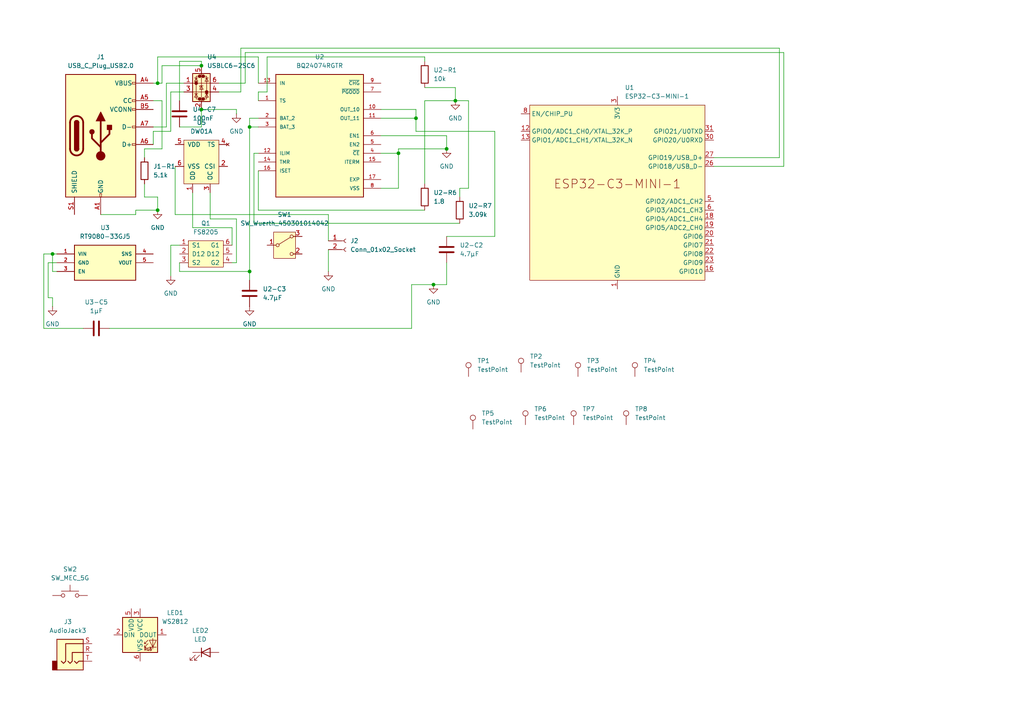
<source format=kicad_sch>
(kicad_sch (version 20250114) (generator "eeschema") (generator_version "9.0")
  (paper "A4")
  (lib_symbols
    (symbol "BQ24074RGTR:BQ24074RGTR" (pin_names (offset 1.016))
      (property "Reference" "U" (at -12.7 18.78 0))
      (property "Value" "BQ24074RGTR" (at -12.7 -21.78 0))
      (symbol "BQ24074RGTR_0_0"
        (rectangle (start -12.7 -17.78) (end 12.7 17.78) (stroke (width 0.254)) (fill (type background)))
        (pin input line (at -17.78 15.24 0) (length 5.08) (name "IN") (number "13"))
        (pin input line (at -17.78 10.16 0) (length 5.08) (name "TS") (number "1"))
        (pin bidirectional line (at -17.78 5.08 0) (length 5.08) (name "BAT_2") (number "2"))
        (pin bidirectional line (at -17.78 2.54 0) (length 5.08) (name "BAT_3") (number "3"))
        (pin input line (at -17.78 -5.08 0) (length 5.08) (name "ILIM") (number "12"))
        (pin input line (at -17.78 -7.62 0) (length 5.08) (name "TMR") (number "14"))
        (pin bidirectional line (at -17.78 -10.16 0) (length 5.08) (name "ISET") (number "16"))
        (pin output line (at 17.78 15.24 180) (length 5.08) (name "~{CHG}") (number "9"))
        (pin output line (at 17.78 12.7 180) (length 5.08) (name "~{PGOOD}") (number "7"))
        (pin output line (at 17.78 7.62 180) (length 5.08) (name "OUT_10") (number "10"))
        (pin output line (at 17.78 5.08 180) (length 5.08) (name "OUT_11") (number "11"))
        (pin input line (at 17.78 0 180) (length 5.08) (name "EN1") (number "6"))
        (pin input line (at 17.78 -2.54 180) (length 5.08) (name "EN2") (number "5"))
        (pin input line (at 17.78 -5.08 180) (length 5.08) (name "~{CE}") (number "4"))
        (pin input line (at 17.78 -7.62 180) (length 5.08) (name "ITERM") (number "15"))
        (pin power_in line (at 17.78 -12.7 180) (length 5.08) (name "EXP") (number "17"))
        (pin power_in line (at 17.78 -15.24 180) (length 5.08) (name "VSS") (number "8"))
      )
    )
    (symbol "Connector:Conn_01x02_Socket" (pin_names (offset 1.016) (hide yes))
      (property "Reference" "J" (at 0 2.54 0))
      (property "Value" "Conn_01x02_Socket" (at 0 -5.08 0))
      (symbol "Conn_01x02_Socket_1_1"
        (polyline (pts (xy -1.27 0) (xy -0.508 0)) (stroke (width 0.1524)))
        (polyline (pts (xy -1.27 -2.54) (xy -0.508 -2.54)) (stroke (width 0.1524)))
        (arc (start 0 -0.508) (mid -0.5058 0) (end 0 0.508) (stroke (width 0.1524)))
        (arc (start 0 -3.048) (mid -0.5058 -2.54) (end 0 -2.032) (stroke (width 0.1524)))
        (pin passive line (at -5.08 0 0) (length 3.81) (name "Pin_1") (number "1"))
        (pin passive line (at -5.08 -2.54 0) (length 3.81) (name "Pin_2") (number "2"))
      )
    )
    (symbol "Connector:TestPoint" (pin_numbers (hide yes)) (pin_names (offset 0.762) (hide yes))
      (property "Reference" "TP" (at 0 6.858 0))
      (property "Value" "TestPoint" (at 0 5.08 0))
      (symbol "TestPoint_0_1"
        (circle (center 0 3.302) (radius 0.762))
      )
      (symbol "TestPoint_1_1"
        (pin passive line (at 0 0 90) (length 2.54) (name "1") (number "1"))
      )
    )
    (symbol "Connector:USB_C_Plug_USB2.0" (pin_names (offset 1.016))
      (property "Reference" "P" (at -10.16 19.05 0))
      (property "Value" "USB_C_Plug_USB2.0" (at 12.7 19.05 0))
      (symbol "USB_C_Plug_USB2.0_0_0"
        (rectangle (start -0.254 -17.78) (end 0.254 -16.764))
        (rectangle (start 10.16 15.494) (end 9.144 14.986))
        (rectangle (start 10.16 10.414) (end 9.144 9.906))
        (rectangle (start 10.16 7.874) (end 9.144 7.366))
        (rectangle (start 10.16 2.794) (end 9.144 2.286))
        (rectangle (start 10.16 -2.286) (end 9.144 -2.794))
      )
      (symbol "USB_C_Plug_USB2.0_0_1"
        (rectangle (start -10.16 17.78) (end 10.16 -17.78) (stroke (width 0.254)) (fill (type background)))
        (polyline (pts (xy -8.89 -3.81) (xy -8.89 3.81)) (stroke (width 0.508)))
        (rectangle (start -7.62 -3.81) (end -6.35 3.81) (stroke (width 0.254)) (fill (type outline)))
        (arc (start -7.62 3.81) (mid -6.985 4.4423) (end -6.35 3.81) (stroke (width 0.254)))
        (arc (start -7.62 3.81) (mid -6.985 4.4423) (end -6.35 3.81) (stroke (width 0.254)) (fill (type outline)))
        (arc (start -8.89 3.81) (mid -6.985 5.7067) (end -5.08 3.81) (stroke (width 0.508)))
        (arc (start -5.08 -3.81) (mid -6.985 -5.7067) (end -8.89 -3.81) (stroke (width 0.508)))
        (arc (start -6.35 -3.81) (mid -6.985 -4.4423) (end -7.62 -3.81) (stroke (width 0.254)))
        (arc (start -6.35 -3.81) (mid -6.985 -4.4423) (end -7.62 -3.81) (stroke (width 0.254)) (fill (type outline)))
        (polyline (pts (xy -5.08 3.81) (xy -5.08 -3.81)) (stroke (width 0.508)))
        (circle (center -2.54 1.143) (radius 0.635) (stroke (width 0.254)) (fill (type outline)))
        (polyline (pts (xy -1.27 4.318) (xy 0 6.858) (xy 1.27 4.318) (xy -1.27 4.318)) (stroke (width 0.254)) (fill (type outline)))
        (polyline (pts (xy 0 -2.032) (xy 2.54 0.508) (xy 2.54 1.778)) (stroke (width 0.508)))
        (polyline (pts (xy 0 -3.302) (xy -2.54 -0.762) (xy -2.54 0.508)) (stroke (width 0.508)))
        (polyline (pts (xy 0 -5.842) (xy 0 4.318)) (stroke (width 0.508)))
        (circle (center 0 -5.842) (radius 1.27) (fill (type outline)))
        (rectangle (start 1.905 1.778) (end 3.175 3.048) (stroke (width 0.254)) (fill (type outline)))
      )
      (symbol "USB_C_Plug_USB2.0_1_1"
        (pin passive line (at -7.62 -22.86 90) (length 5.08) (name "SHIELD") (number "S1"))
        (pin passive line (at 0 -22.86 90) (length 5.08) (name "GND") (number "A1"))
        (pin passive line (at 0 -22.86 90) (length 5.08) (hide yes) (name "GND") (number "A12"))
        (pin passive line (at 0 -22.86 90) (length 5.08) (hide yes) (name "GND") (number "B1"))
        (pin passive line (at 0 -22.86 90) (length 5.08) (hide yes) (name "GND") (number "B12"))
        (pin passive line (at 15.24 15.24 180) (length 5.08) (name "VBUS") (number "A4"))
        (pin passive line (at 15.24 15.24 180) (length 5.08) (hide yes) (name "VBUS") (number "A9"))
        (pin passive line (at 15.24 15.24 180) (length 5.08) (hide yes) (name "VBUS") (number "B4"))
        (pin passive line (at 15.24 15.24 180) (length 5.08) (hide yes) (name "VBUS") (number "B9"))
        (pin bidirectional line (at 15.24 10.16 180) (length 5.08) (name "CC") (number "A5"))
        (pin bidirectional line (at 15.24 7.62 180) (length 5.08) (name "VCONN") (number "B5"))
        (pin bidirectional line (at 15.24 2.54 180) (length 5.08) (name "D-") (number "A7"))
        (pin bidirectional line (at 15.24 -2.54 180) (length 5.08) (name "D+") (number "A6"))
      )
    )
    (symbol "Connector_Audio:AudioJack3"
      (property "Reference" "J" (at 0 8.89 0))
      (property "Value" "AudioJack3" (at 0 6.35 0))
      (symbol "AudioJack3_0_1"
        (rectangle (start -5.08 -5.08) (end -6.35 -2.54) (stroke (width 0.254)) (fill (type outline)))
        (polyline (pts (xy -1.905 -2.54) (xy -1.27 -3.175) (xy -0.635 -2.54) (xy -0.635 0) (xy 2.54 0)) (stroke (width 0.254)))
        (polyline (pts (xy 0 -2.54) (xy 0.635 -3.175) (xy 1.27 -2.54) (xy 2.54 -2.54)) (stroke (width 0.254)))
        (rectangle (start 2.54 3.81) (end -5.08 -5.08) (stroke (width 0.254)) (fill (type background)))
        (polyline (pts (xy 2.54 2.54) (xy -2.54 2.54) (xy -2.54 -2.54) (xy -3.175 -3.175) (xy -3.81 -2.54)) (stroke (width 0.254)))
      )
      (symbol "AudioJack3_1_1"
        (pin passive line (at 5.08 2.54 180) (length 2.54) (name "~") (number "S"))
        (pin passive line (at 5.08 0 180) (length 2.54) (name "~") (number "R"))
        (pin passive line (at 5.08 -2.54 180) (length 2.54) (name "~") (number "T"))
      )
    )
    (symbol "Device:C" (pin_numbers (hide yes)) (pin_names (offset 0.254))
      (property "Reference" "C" (at 0.635 2.54 0))
      (property "Value" "C" (at 0.635 -2.54 0))
      (symbol "C_0_1"
        (polyline (pts (xy -2.032 0.762) (xy 2.032 0.762)) (stroke (width 0.508)))
        (polyline (pts (xy -2.032 -0.762) (xy 2.032 -0.762)) (stroke (width 0.508)))
      )
      (symbol "C_1_1"
        (pin passive line (at 0 3.81 270) (length 2.794) (name "~") (number "1"))
        (pin passive line (at 0 -3.81 90) (length 2.794) (name "~") (number "2"))
      )
    )
    (symbol "Device:LED" (pin_numbers (hide yes)) (pin_names (offset 1.016) (hide yes))
      (property "Reference" "D" (at 0 2.54 0))
      (property "Value" "LED" (at 0 -2.54 0))
      (symbol "LED_0_1"
        (polyline (pts (xy -3.048 -0.762) (xy -4.572 -2.286) (xy -3.81 -2.286) (xy -4.572 -2.286) (xy -4.572 -1.524)))
        (polyline (pts (xy -1.778 -0.762) (xy -3.302 -2.286) (xy -2.54 -2.286) (xy -3.302 -2.286) (xy -3.302 -1.524)))
        (polyline (pts (xy -1.27 0) (xy 1.27 0)))
        (polyline (pts (xy -1.27 -1.27) (xy -1.27 1.27)) (stroke (width 0.254)))
        (polyline (pts (xy 1.27 -1.27) (xy 1.27 1.27) (xy -1.27 0) (xy 1.27 -1.27)) (stroke (width 0.254)))
      )
      (symbol "LED_1_1"
        (pin passive line (at -3.81 0 0) (length 2.54) (name "K") (number "1"))
        (pin passive line (at 3.81 0 180) (length 2.54) (name "A") (number "2"))
      )
    )
    (symbol "Device:R" (pin_numbers (hide yes)) (pin_names (offset 0))
      (property "Reference" "R" (at 2.032 0 90))
      (property "Value" "R" (at 0 0 90))
      (symbol "R_0_1"
        (rectangle (start -1.016 -2.54) (end 1.016 2.54) (stroke (width 0.254)))
      )
      (symbol "R_1_1"
        (pin passive line (at 0 3.81 270) (length 1.27) (name "~") (number "1"))
        (pin passive line (at 0 -3.81 90) (length 1.27) (name "~") (number "2"))
      )
    )
    (symbol "LED:WS2812" (pin_names (offset 0.254))
      (property "Reference" "D" (at 5.08 5.715 0))
      (property "Value" "WS2812" (at 1.27 -5.715 0))
      (symbol "WS2812_0_0"
        (text "RGB" (at 2.286 -4.191 0) (effects (font (size 0.762 0.762))))
      )
      (symbol "WS2812_0_1"
        (polyline (pts (xy 1.27 -2.54) (xy 1.778 -2.54)))
        (polyline (pts (xy 1.27 -3.556) (xy 1.778 -3.556)))
        (polyline (pts (xy 2.286 -1.524) (xy 1.27 -2.54) (xy 1.27 -2.032)))
        (polyline (pts (xy 2.286 -2.54) (xy 1.27 -3.556) (xy 1.27 -3.048)))
        (polyline (pts (xy 3.683 -1.016) (xy 3.683 -3.556) (xy 3.683 -4.064)))
        (polyline (pts (xy 4.699 -1.524) (xy 2.667 -1.524) (xy 3.683 -3.556) (xy 4.699 -1.524)))
        (polyline (pts (xy 4.699 -3.556) (xy 2.667 -3.556)))
        (rectangle (start 5.08 5.08) (end -5.08 -5.08) (stroke (width 0.254)) (fill (type background)))
      )
      (symbol "WS2812_1_1"
        (pin input line (at -7.62 0 0) (length 2.54) (name "DIN") (number "2"))
        (pin power_in line (at -2.54 7.62 270) (length 2.54) (name "VDD") (number "5"))
        (pin power_in line (at 0 7.62 270) (length 2.54) (name "VCC") (number "3"))
        (pin power_in line (at 0 -7.62 90) (length 2.54) (name "VSS") (number "6"))
        (pin no_connect line (at 5.08 2.54 180) (length 2.54) (hide yes) (name "NC") (number "4"))
        (pin output line (at 7.62 0 180) (length 2.54) (name "DOUT") (number "1"))
      )
    )
    (symbol "PCM_Espressif:ESP32-C3-MINI-1"
      (property "Reference" "U" (at -25.4 26.924 0))
      (property "Value" "ESP32-C3-MINI-1" (at 25.4 26.924 0))
      (symbol "ESP32-C3-MINI-1_0_0"
        (text "ESP32-C3-MINI-1" (at 0 2.54 0) (effects (font (size 2.54 2.54))))
      )
      (symbol "ESP32-C3-MINI-1_0_1"
        (rectangle (start -25.4 25.4) (end 25.4 -25.4) (fill (type background)))
      )
      (symbol "ESP32-C3-MINI-1_1_1"
        (pin input line (at -27.94 22.86 0) (length 2.54) (name "EN/CHIP_PU") (number "8"))
        (pin bidirectional line (at -27.94 17.78 0) (length 2.54) (name "GPIO0/ADC1_CH0/XTAL_32K_P") (number "12"))
        (pin bidirectional line (at -27.94 15.24 0) (length 2.54) (name "GPIO1/ADC1_CH1/XTAL_32K_N") (number "13"))
        (pin no_connect line (at -25.4 10.16 0) (length 2.54) (hide yes) (name "NC") (number "4"))
        (pin no_connect line (at -25.4 7.62 0) (length 2.54) (hide yes) (name "NC") (number "7"))
        (pin no_connect line (at -25.4 5.08 0) (length 2.54) (hide yes) (name "NC") (number "9"))
        (pin no_connect line (at -25.4 2.54 0) (length 2.54) (hide yes) (name "NC") (number "10"))
        (pin no_connect line (at -25.4 0 0) (length 2.54) (hide yes) (name "NC") (number "15"))
        (pin no_connect line (at -25.4 -2.54 0) (length 2.54) (hide yes) (name "NC") (number "17"))
        (pin no_connect line (at -25.4 -5.08 0) (length 2.54) (hide yes) (name "NC") (number "24"))
        (pin no_connect line (at -25.4 -7.62 0) (length 2.54) (hide yes) (name "NC") (number "25"))
        (pin no_connect line (at -25.4 -10.16 0) (length 2.54) (hide yes) (name "NC") (number "28"))
        (pin no_connect line (at -25.4 -12.7 0) (length 2.54) (hide yes) (name "NC") (number "29"))
        (pin no_connect line (at -25.4 -15.24 0) (length 2.54) (hide yes) (name "NC") (number "32"))
        (pin no_connect line (at -25.4 -17.78 0) (length 2.54) (hide yes) (name "NC") (number "33"))
        (pin no_connect line (at -25.4 -20.32 0) (length 2.54) (hide yes) (name "NC") (number "34"))
        (pin no_connect line (at -25.4 -22.86 0) (length 2.54) (hide yes) (name "NC") (number "35"))
        (pin power_in line (at 0 27.94 270) (length 2.54) (name "3V3") (number "3"))
        (pin power_in line (at 0 -27.94 90) (length 2.54) (name "GND") (number "1"))
        (pin passive line (at 0 -27.94 90) (length 2.54) (hide yes) (name "GND") (number "11"))
        (pin passive line (at 0 -27.94 90) (length 2.54) (hide yes) (name "GND") (number "14"))
        (pin passive line (at 0 -27.94 90) (length 2.54) (hide yes) (name "GND") (number "2"))
        (pin passive line (at 0 -27.94 90) (length 2.54) (hide yes) (name "GND") (number "36"))
        (pin passive line (at 0 -27.94 90) (length 2.54) (hide yes) (name "GND") (number "37"))
        (pin passive line (at 0 -27.94 90) (length 2.54) (hide yes) (name "GND") (number "38"))
        (pin passive line (at 0 -27.94 90) (length 2.54) (hide yes) (name "GND") (number "39"))
        (pin passive line (at 0 -27.94 90) (length 2.54) (hide yes) (name "GND") (number "40"))
        (pin passive line (at 0 -27.94 90) (length 2.54) (hide yes) (name "GND") (number "41"))
        (pin passive line (at 0 -27.94 90) (length 2.54) (hide yes) (name "GND") (number "42"))
        (pin passive line (at 0 -27.94 90) (length 2.54) (hide yes) (name "GND") (number "43"))
        (pin passive line (at 0 -27.94 90) (length 2.54) (hide yes) (name "GND") (number "44"))
        (pin passive line (at 0 -27.94 90) (length 2.54) (hide yes) (name "GND") (number "45"))
        (pin passive line (at 0 -27.94 90) (length 2.54) (hide yes) (name "GND") (number "46"))
        (pin passive line (at 0 -27.94 90) (length 2.54) (hide yes) (name "GND") (number "47"))
        (pin passive line (at 0 -27.94 90) (length 2.54) (hide yes) (name "GND") (number "48"))
        (pin passive line (at 0 -27.94 90) (length 2.54) (hide yes) (name "GND") (number "49"))
        (pin passive line (at 0 -27.94 90) (length 2.54) (hide yes) (name "GND") (number "50"))
        (pin passive line (at 0 -27.94 90) (length 2.54) (hide yes) (name "GND") (number "51"))
        (pin passive line (at 0 -27.94 90) (length 2.54) (hide yes) (name "GND") (number "52"))
        (pin passive line (at 0 -27.94 90) (length 2.54) (hide yes) (name "GND") (number "53"))
        (pin bidirectional line (at 27.94 17.78 180) (length 2.54) (name "GPIO21/U0TXD") (number "31"))
        (pin bidirectional line (at 27.94 15.24 180) (length 2.54) (name "GPIO20/U0RXD") (number "30"))
        (pin bidirectional line (at 27.94 10.16 180) (length 2.54) (name "GPIO19/USB_D+") (number "27"))
        (pin bidirectional line (at 27.94 7.62 180) (length 2.54) (name "GPIO18/USB_D-") (number "26"))
        (pin bidirectional line (at 27.94 -2.54 180) (length 2.54) (name "GPIO2/ADC1_CH2") (number "5"))
        (pin bidirectional line (at 27.94 -5.08 180) (length 2.54) (name "GPIO3/ADC1_CH3") (number "6"))
        (pin bidirectional line (at 27.94 -7.62 180) (length 2.54) (name "GPIO4/ADC1_CH4") (number "18"))
        (pin bidirectional line (at 27.94 -10.16 180) (length 2.54) (name "GPIO5/ADC2_CH0") (number "19"))
        (pin bidirectional line (at 27.94 -12.7 180) (length 2.54) (name "GPIO6") (number "20"))
        (pin bidirectional line (at 27.94 -15.24 180) (length 2.54) (name "GPIO7") (number "21"))
        (pin bidirectional line (at 27.94 -17.78 180) (length 2.54) (name "GPIO8") (number "22"))
        (pin bidirectional line (at 27.94 -20.32 180) (length 2.54) (name "GPIO9") (number "23"))
        (pin bidirectional line (at 27.94 -22.86 180) (length 2.54) (name "GPIO10") (number "16"))
      )
    )
    (symbol "PCM_marbastlib-various:DW01A" (pin_names (offset 1.016))
      (property "Reference" "U" (at -5.08 7.62 0))
      (property "Value" "DW01A" (at 2.54 7.62 0))
      (symbol "DW01A_0_1"
        (rectangle (start -5.08 6.35) (end 5.08 -6.35) (fill (type background)))
      )
      (symbol "DW01A_1_1"
        (pin power_in line (at -7.62 5.08 0) (length 2.54) (name "VDD") (number "5"))
        (pin power_in line (at -7.62 -1.27 0) (length 2.54) (name "VSS") (number "6"))
        (pin output line (at -2.54 -8.89 90) (length 2.54) (name "OD") (number "1"))
        (pin output line (at 2.54 -8.89 90) (length 2.54) (name "OC") (number "3"))
        (pin no_connect line (at 7.62 5.08 180) (length 2.54) (name "TS") (number "4"))
        (pin input line (at 7.62 -1.27 180) (length 2.54) (name "CSI") (number "2"))
      )
    )
    (symbol "PCM_marbastlib-various:FS8205" (pin_names (offset 1.016))
      (property "Reference" "U" (at -3.81 5.08 0))
      (property "Value" "FS8205" (at -1.27 -5.08 0))
      (symbol "FS8205_0_1"
        (rectangle (start -5.08 3.81) (end 5.08 -3.81) (fill (type background)))
      )
      (symbol "FS8205_1_1"
        (pin power_in line (at -7.62 2.54 0) (length 2.54) (name "S1") (number "1"))
        (pin power_in line (at -7.62 0 0) (length 2.54) (name "D12") (number "2"))
        (pin power_in line (at -7.62 -2.54 0) (length 2.54) (name "S2") (number "3"))
        (pin input line (at 7.62 2.54 180) (length 2.54) (name "G1") (number "6"))
        (pin power_in line (at 7.62 0 180) (length 2.54) (name "D12") (number "5"))
        (pin input line (at 7.62 -2.54 180) (length 2.54) (name "G2") (number "4"))
      )
    )
    (symbol "Power_Protection:USBLC6-2SC6" (pin_names (hide yes))
      (property "Reference" "U" (at 0.635 5.715 0))
      (property "Value" "USBLC6-2SC6" (at 0.635 3.81 0))
      (symbol "USBLC6-2SC6_0_0"
        (circle (center -1.524 0) (radius 0.0001) (stroke (width 0.508)))
        (circle (center -0.508 2.032) (radius 0.0001) (stroke (width 0.508)))
        (circle (center -0.508 -4.572) (radius 0.0001) (stroke (width 0.508)))
        (circle (center 0.508 2.032) (radius 0.0001) (stroke (width 0.508)))
        (circle (center 0.508 -4.572) (radius 0.0001) (stroke (width 0.508)))
        (circle (center 1.524 -2.54) (radius 0.0001) (stroke (width 0.508)))
      )
      (symbol "USBLC6-2SC6_0_1"
        (polyline (pts (xy -2.54 0) (xy 2.54 0)))
        (polyline (pts (xy -2.54 -2.54) (xy 2.54 -2.54)))
        (polyline (pts (xy -2.032 0.508) (xy -1.016 0.508) (xy -1.524 1.524) (xy -2.032 0.508)))
        (polyline (pts (xy -2.032 -3.048) (xy -1.016 -3.048)))
        (polyline (pts (xy -1.016 1.524) (xy -2.032 1.524)))
        (polyline (pts (xy -1.016 -4.064) (xy -2.032 -4.064) (xy -1.524 -3.048) (xy -1.016 -4.064)))
        (polyline (pts (xy -0.508 -1.143) (xy -0.508 -0.762) (xy 0.508 -0.762)))
        (polyline (pts (xy 0 2.54) (xy -0.508 2.032) (xy 0.508 2.032) (xy 0 1.524) (xy 0 -4.064) (xy -0.508 -4.572) (xy 0.508 -4.572) (xy 0 -5.08)))
        (polyline (pts (xy 0.508 -1.778) (xy -0.508 -1.778) (xy 0 -0.762) (xy 0.508 -1.778)))
        (polyline (pts (xy 1.016 1.524) (xy 2.032 1.524)))
        (polyline (pts (xy 1.016 -3.048) (xy 2.032 -3.048)))
        (polyline (pts (xy 2.032 0.508) (xy 1.016 0.508) (xy 1.524 1.524) (xy 2.032 0.508)))
        (polyline (pts (xy 2.032 -4.064) (xy 1.016 -4.064) (xy 1.524 -3.048) (xy 2.032 -4.064)))
      )
      (symbol "USBLC6-2SC6_1_1"
        (rectangle (start -2.54 2.794) (end 2.54 -5.334) (stroke (width 0.254)) (fill (type background)))
        (polyline (pts (xy -0.508 2.032) (xy -1.524 2.032) (xy -1.524 -4.572) (xy -0.508 -4.572)))
        (polyline (pts (xy 0.508 -4.572) (xy 1.524 -4.572) (xy 1.524 2.032) (xy 0.508 2.032)))
        (pin passive line (at -5.08 0 0) (length 2.54) (name "I/O1") (number "1"))
        (pin passive line (at -5.08 -2.54 0) (length 2.54) (name "I/O2") (number "3"))
        (pin passive line (at 0 5.08 270) (length 2.54) (name "VBUS") (number "5"))
        (pin passive line (at 0 -7.62 90) (length 2.54) (name "GND") (number "2"))
        (pin passive line (at 5.08 0 180) (length 2.54) (name "I/O1") (number "6"))
        (pin passive line (at 5.08 -2.54 180) (length 2.54) (name "I/O2") (number "4"))
      )
    )
    (symbol "RT9080-33GJ5:RT9080-33GJ5" (pin_names (offset 1.016))
      (property "Reference" "IC" (at 24.13 7.62 0))
      (property "Value" "RT9080-33GJ5" (at 24.13 5.08 0))
      (symbol "RT9080-33GJ5_0_0"
        (rectangle (start 5.08 -7.62) (end 22.86 2.54) (stroke (width 0.254)) (fill (type background)))
        (pin bidirectional line (at 0 0 0) (length 5.08) (name "VIN") (number "1"))
        (pin bidirectional line (at 0 -2.54 0) (length 5.08) (name "GND") (number "2"))
        (pin bidirectional line (at 0 -5.08 0) (length 5.08) (name "EN") (number "3"))
        (pin bidirectional line (at 27.94 0 180) (length 5.08) (name "SNS") (number "4"))
        (pin bidirectional line (at 27.94 -2.54 180) (length 5.08) (name "VOUT") (number "5"))
      )
    )
    (symbol "Switch:SW_MEC_5G" (pin_numbers (hide yes)) (pin_names (offset 1.016) (hide yes))
      (property "Reference" "SW" (at 1.27 2.54 0))
      (property "Value" "SW_MEC_5G" (at 0 -1.524 0))
      (symbol "SW_MEC_5G_0_1"
        (circle (center -2.032 0) (radius 0.508))
        (polyline (pts (xy 0 1.27) (xy 0 3.048)))
        (circle (center 2.032 0) (radius 0.508))
        (polyline (pts (xy 2.54 1.27) (xy -2.54 1.27)))
        (pin passive line (at -5.08 0 0) (length 2.54) (name "A") (number "1"))
        (pin passive line (at 5.08 0 180) (length 2.54) (name "B") (number "3"))
      )
      (symbol "SW_MEC_5G_1_1"
        (pin passive line (at -5.08 0 0) (length 2.54) (hide yes) (name "A") (number "2"))
        (pin passive line (at 5.08 0 180) (length 2.54) (hide yes) (name "B") (number "4"))
      )
    )
    (symbol "Switch:SW_Wuerth_450301014042" (pin_names (offset 1) (hide yes))
      (property "Reference" "SW" (at 0 5.08 0))
      (property "Value" "SW_Wuerth_450301014042" (at 0 -5.08 0))
      (symbol "SW_Wuerth_450301014042_0_1"
        (circle (center -2.032 0) (radius 0.4572))
        (polyline (pts (xy -1.651 0.254) (xy 1.651 2.286)))
        (circle (center 2.032 2.54) (radius 0.4572))
        (circle (center 2.032 -2.54) (radius 0.4572))
      )
      (symbol "SW_Wuerth_450301014042_1_1"
        (rectangle (start -3.175 3.81) (end 3.175 -3.81) (fill (type background)))
        (pin passive line (at -5.08 0 0) (length 2.54) (name "B") (number "1"))
        (pin passive line (at 5.08 2.54 180) (length 2.54) (name "A") (number "3"))
        (pin passive line (at 5.08 -2.54 180) (length 2.54) (name "C") (number "2"))
      )
    )
    (symbol "power:GND" (power) (pin_numbers (hide yes)) (pin_names (offset 0) (hide yes))
      (property "Value" "GND" (at 0 -3.81 0))
      (symbol "GND_0_1"
        (polyline (pts (xy 0 0) (xy 0 -1.27) (xy 1.27 -1.27) (xy 0 -2.54) (xy -1.27 -1.27) (xy 0 -1.27)))
      )
      (symbol "GND_1_1"
        (pin power_in line (at 0 0 270) (length 0) (name "~") (number "1"))
      )
    )
  )
  (junction (at 132.08 29.21))
  (junction (at 129.54 43.18))
  (junction (at 58.42 19.05))
  (junction (at 45.72 60.96))
  (junction (at 72.39 78.74))
  (junction (at 58.42 31.75))
  (junction (at 120.65 34.29))
  (junction (at 15.24 73.66))
  (junction (at 125.73 82.55))
  (junction (at 115.57 44.45))
  (junction (at 72.39 36.83))
  (junction (at 45.72 24.13))
  (wire (pts (xy 29.21 62.23) (xy 39.37 62.23)))
  (wire (pts (xy 133.35 57.15) (xy 133.35 54.61)))
  (wire (pts (xy 74.93 60.96) (xy 123.19 60.96)))
  (wire (pts (xy 68.58 63.5) (xy 68.58 76.2)))
  (wire (pts (xy 12.7 73.66) (xy 12.7 95.25)))
  (wire (pts (xy 63.5 26.67) (xy 69.85 26.67)))
  (wire (pts (xy 120.65 31.75) (xy 120.65 34.29)))
  (wire (pts (xy 123.19 29.21) (xy 132.08 29.21)))
  (wire (pts (xy 46.99 29.21) (xy 46.99 43.18)))
  (wire (pts (xy 44.45 24.13) (xy 45.72 24.13)))
  (wire (pts (xy 49.53 38.1) (xy 44.45 38.1)))
  (wire (pts (xy 31.75 95.25) (xy 119.38 95.25)))
  (wire (pts (xy 71.12 24.13) (xy 71.12 15.24)))
  (wire (pts (xy 41.91 43.18) (xy 41.91 45.72)))
  (wire (pts (xy 15.24 78.74) (xy 15.24 73.66)))
  (wire (pts (xy 16.51 73.66) (xy 15.24 73.66)))
  (wire (pts (xy 73.66 64.77) (xy 73.66 44.45)))
  (wire (pts (xy 74.93 29.21) (xy 74.93 26.67)))
  (wire (pts (xy 48.26 24.13) (xy 48.26 36.83)))
  (wire (pts (xy 55.88 66.04) (xy 55.88 55.88)))
  (wire (pts (xy 15.24 88.9) (xy 15.24 86.36)))
  (wire (pts (xy 44.45 38.1) (xy 44.45 41.91)))
  (wire (pts (xy 68.58 76.2) (xy 67.31 76.2)))
  (wire (pts (xy 123.19 53.34) (xy 123.19 29.21)))
  (wire (pts (xy 53.34 24.13) (xy 48.26 24.13)))
  (wire (pts (xy 46.99 43.18) (xy 41.91 43.18)))
  (wire (pts (xy 129.54 82.55) (xy 125.73 82.55)))
  (wire (pts (xy 67.31 66.04) (xy 55.88 66.04)))
  (wire (pts (xy 227.33 48.26) (xy 207.01 48.26)))
  (wire (pts (xy 41.91 57.15) (xy 45.72 57.15)))
  (wire (pts (xy 110.49 34.29) (xy 120.65 34.29)))
  (wire (pts (xy 110.49 54.61) (xy 115.57 54.61)))
  (wire (pts (xy 41.91 53.34) (xy 41.91 57.15)))
  (wire (pts (xy 69.85 13.97) (xy 226.06 13.97)))
  (wire (pts (xy 49.53 71.12) (xy 49.53 80.01)))
  (wire (pts (xy 68.58 31.75) (xy 68.58 33.02)))
  (wire (pts (xy 77.47 16.51) (xy 123.19 16.51)))
  (wire (pts (xy 50.8 48.26) (xy 50.8 62.23)))
  (wire (pts (xy 58.42 19.05) (xy 46.99 19.05)))
  (wire (pts (xy 226.06 45.72) (xy 207.01 45.72)))
  (wire (pts (xy 49.53 26.67) (xy 49.53 38.1)))
  (wire (pts (xy 110.49 31.75) (xy 120.65 31.75)))
  (wire (pts (xy 71.12 15.24) (xy 227.33 15.24)))
  (wire (pts (xy 74.93 49.53) (xy 74.93 60.96)))
  (wire (pts (xy 115.57 54.61) (xy 115.57 44.45)))
  (wire (pts (xy 119.38 82.55) (xy 119.38 95.25)))
  (wire (pts (xy 115.57 43.18) (xy 129.54 43.18)))
  (wire (pts (xy 129.54 76.2) (xy 129.54 82.55)))
  (wire (pts (xy 72.39 78.74) (xy 72.39 81.28)))
  (wire (pts (xy 45.72 16.51) (xy 74.93 16.51)))
  (wire (pts (xy 67.31 71.12) (xy 67.31 66.04)))
  (wire (pts (xy 74.93 26.67) (xy 77.47 26.67)))
  (wire (pts (xy 72.39 36.83) (xy 74.93 36.83)))
  (wire (pts (xy 12.7 95.25) (xy 24.13 95.25)))
  (wire (pts (xy 129.54 39.37) (xy 129.54 43.18)))
  (wire (pts (xy 15.24 86.36) (xy 13.97 86.36)))
  (wire (pts (xy 16.51 78.74) (xy 15.24 78.74)))
  (wire (pts (xy 74.93 16.51) (xy 74.93 24.13)))
  (wire (pts (xy 58.42 19.05) (xy 58.42 17.78)))
  (wire (pts (xy 45.72 24.13) (xy 45.72 16.51)))
  (wire (pts (xy 52.07 36.83) (xy 58.42 36.83)))
  (wire (pts (xy 13.97 76.2) (xy 16.51 76.2)))
  (wire (pts (xy 135.89 54.61) (xy 135.89 29.21)))
  (wire (pts (xy 52.07 78.74) (xy 72.39 78.74)))
  (wire (pts (xy 226.06 13.97) (xy 226.06 45.72)))
  (wire (pts (xy 123.19 25.4) (xy 132.08 25.4)))
  (wire (pts (xy 72.39 34.29) (xy 72.39 36.83)))
  (wire (pts (xy 52.07 71.12) (xy 49.53 71.12)))
  (wire (pts (xy 133.35 54.61) (xy 135.89 54.61)))
  (wire (pts (xy 72.39 36.83) (xy 72.39 78.74)))
  (wire (pts (xy 52.07 76.2) (xy 52.07 78.74)))
  (wire (pts (xy 120.65 38.1) (xy 143.51 38.1)))
  (wire (pts (xy 58.42 31.75) (xy 68.58 31.75)))
  (wire (pts (xy 227.33 15.24) (xy 227.33 48.26)))
  (wire (pts (xy 46.99 19.05) (xy 46.99 24.13)))
  (wire (pts (xy 45.72 24.13) (xy 46.99 24.13)))
  (wire (pts (xy 133.35 64.77) (xy 73.66 64.77)))
  (wire (pts (xy 50.8 62.23) (xy 95.25 62.23)))
  (wire (pts (xy 69.85 26.67) (xy 69.85 13.97)))
  (wire (pts (xy 15.24 73.66) (xy 12.7 73.66)))
  (wire (pts (xy 39.37 62.23) (xy 39.37 60.96)))
  (wire (pts (xy 115.57 44.45) (xy 115.57 43.18)))
  (wire (pts (xy 74.93 34.29) (xy 72.39 34.29)))
  (wire (pts (xy 52.07 17.78) (xy 52.07 29.21)))
  (wire (pts (xy 60.96 55.88) (xy 60.96 63.5)))
  (wire (pts (xy 77.47 26.67) (xy 77.47 16.51)))
  (wire (pts (xy 13.97 86.36) (xy 13.97 76.2)))
  (wire (pts (xy 143.51 38.1) (xy 143.51 68.58)))
  (wire (pts (xy 39.37 60.96) (xy 45.72 60.96)))
  (wire (pts (xy 58.42 17.78) (xy 52.07 17.78)))
  (wire (pts (xy 110.49 39.37) (xy 129.54 39.37)))
  (wire (pts (xy 95.25 72.39) (xy 95.25 78.74)))
  (wire (pts (xy 58.42 36.83) (xy 58.42 31.75)))
  (wire (pts (xy 44.45 29.21) (xy 46.99 29.21)))
  (wire (pts (xy 73.66 44.45) (xy 74.93 44.45)))
  (wire (pts (xy 132.08 25.4) (xy 132.08 29.21)))
  (wire (pts (xy 48.26 36.83) (xy 44.45 36.83)))
  (wire (pts (xy 45.72 57.15) (xy 45.72 60.96)))
  (wire (pts (xy 120.65 34.29) (xy 120.65 38.1)))
  (wire (pts (xy 110.49 44.45) (xy 115.57 44.45)))
  (wire (pts (xy 53.34 26.67) (xy 49.53 26.67)))
  (wire (pts (xy 95.25 62.23) (xy 95.25 69.85)))
  (wire (pts (xy 123.19 16.51) (xy 123.19 17.78)))
  (wire (pts (xy 135.89 29.21) (xy 132.08 29.21)))
  (wire (pts (xy 119.38 82.55) (xy 125.73 82.55)))
  (wire (pts (xy 63.5 24.13) (xy 71.12 24.13)))
  (wire (pts (xy 60.96 63.5) (xy 68.58 63.5)))
  (wire (pts (xy 143.51 68.58) (xy 129.54 68.58)))
  (symbol (lib_id "Device:C") (at 72.39 85.09 0) (unit 1)
    (property "Reference" "U2-C3" (at 76.2 83.8199 0) (effects (justify left)))
    (property "Value" "4.7µF" (at 76.2 86.3599 0) (effects (justify left)))
    (property "Description" "Unpolarized capacitor" (effects (hide yes)))
  )
  (symbol (lib_id "Connector:TestPoint") (at 184.15 109.22 0) (unit 1)
    (property "Reference" "TP4" (at 186.69 104.6479 0) (effects (justify left)))
    (property "Value" "TestPoint" (at 186.69 107.1879 0) (effects (justify left)))
    (property "Description" "test point" (effects (hide yes)))
  )
  (symbol (lib_id "Connector:TestPoint") (at 135.89 109.22 0) (unit 1)
    (property "Reference" "TP1" (at 138.43 104.6479 0) (effects (justify left)))
    (property "Value" "TestPoint" (at 138.43 107.1879 0) (effects (justify left)))
    (property "Description" "test point" (effects (hide yes)))
  )
  (symbol (lib_id "Switch:SW_MEC_5G") (at 20.32 172.72 0) (unit 1)
    (property "Reference" "SW2" (at 20.32 165.1 0))
    (property "Value" "SW_MEC_5G" (at 20.32 167.64 0))
    (property "Datasheet" "http://www.apem.com/int/index.php?controller=attachment&id_attachment=488" (effects (hide yes)))
    (property "Description" "MEC 5G single pole normally-open tactile switch" (effects (hide yes)))
  )
  (symbol (lib_id "RT9080-33GJ5:RT9080-33GJ5") (at 16.51 73.66 0) (unit 1)
    (property "Reference" "U3" (at 30.48 66.04 0))
    (property "Value" "RT9080-33GJ5" (at 30.48 68.58 0))
    (property "Footprint" "RT9080-33GJ5:SOT94P280X100-5N" (effects (hide yes)))
    (property "SnapEDA_Link" "https://www.snapeda.com/parts/RT9080-33GJ5/Richtek/view-part/?ref=snap" (effects (hide yes)))
    (property "Check_prices" "https://www.snapeda.com/parts/RT9080-33GJ5/Richtek/view-part/?ref=eda" (effects (hide yes)))
    (property "Package" "TSOT-23 Richtek" (effects (hide yes)))
    (property "Price" "None" (effects (hide yes)))
    (property "MF" "Richtek USA" (effects (hide yes)))
    (property "MP" "RT9080-33GJ5" (effects (hide yes)))
    (property "Purchase-URL" "https://www.snapeda.com/api/url_track_click_mouser/?unipart_id=1406383&manufacturer=Richtek USA&part_name=RT9080-33GJ5&search_term=None" (effects (hide yes)))
    (property "Availability" "In Stock" (effects (hide yes)))
    (property "Description_1" "Linear Voltage Regulator IC Positive Fixed 1 Output  600mA TSOT-23-5" (effects (hide yes)))
  )
  (symbol (lib_id "power:GND") (at 129.54 43.18 0) (unit 1)
    (property "Reference" "#PWR07" (effects (hide yes)))
    (property "Value" "GND" (at 129.54 48.26 0))
    (property "Description" "Power symbol creates a global label with name \"GND\" , ground" (effects (hide yes)))
  )
  (symbol (lib_id "Device:R") (at 123.19 21.59 0) (unit 1)
    (property "Reference" "U2-R1" (at 125.73 20.3199 0) (effects (justify left)))
    (property "Value" "10k" (at 125.73 22.8599 0) (effects (justify left)))
    (property "Description" "Resistor" (effects (hide yes)))
  )
  (symbol (lib_id "LED:WS2812") (at 40.64 184.15 0) (unit 1)
    (property "Reference" "LED1" (at 50.8 177.7298 0))
    (property "Value" "WS2812" (at 50.8 180.2698 0))
    (property "Footprint" "LED_SMD:LED_WS2812_PLCC6_5.0x5.0mm_P1.6mm" (effects (hide yes)))
    (property "Datasheet" "https://cdn-shop.adafruit.com/datasheets/WS2812.pdf" (effects (hide yes)))
    (property "Description" "RGB LED with integrated controller" (effects (hide yes)))
  )
  (symbol (lib_id "Device:C") (at 52.07 33.02 0) (unit 1)
    (property "Reference" "U4-C7" (at 55.88 31.7499 0) (effects (justify left)))
    (property "Value" "100nF" (at 55.88 34.2899 0) (effects (justify left)))
    (property "Description" "Unpolarized capacitor" (effects (hide yes)))
  )
  (symbol (lib_id "BQ24074RGTR:BQ24074RGTR") (at 92.71 39.37 0) (unit 1)
    (property "Reference" "U2" (at 92.71 16.51 0))
    (property "Value" "BQ24074RGTR" (at 92.71 19.05 0))
    (property "Footprint" "BQ24074RGTR:QFN50P300X300X100-17N" (effects (hide yes)))
    (property "MF" "Texas Instruments" (effects (hide yes)))
    (property "Description_1" "Standalone 1-cell 1.5-A linear battery charger, Power Path, 4.2-V VBAT, 10.5-V OVP and 4.4-V VOUT" (effects (hide yes)))
    (property "Package" "VQFN-16 Texas Instruments" (effects (hide yes)))
    (property "Price" "None" (effects (hide yes)))
    (property "Check_prices" "https://www.snapeda.com/parts/BQ24074RGTR/Texas+Instruments/view-part/?ref=eda" (effects (hide yes)))
    (property "MAXIMUM_PACKAGE_HIEGHT" "1mm" (effects (hide yes)))
    (property "STANDARD" "IPC 7351B" (effects (hide yes)))
    (property "PARTREV" "M" (effects (hide yes)))
    (property "SnapEDA_Link" "https://www.snapeda.com/parts/BQ24074RGTR/Texas+Instruments/view-part/?ref=snap" (effects (hide yes)))
    (property "MP" "BQ24074RGTR" (effects (hide yes)))
    (property "Purchase-URL" "https://www.snapeda.com/api/url_track_click_mouser/?unipart_id=231063&manufacturer=Texas Instruments&part_name=BQ24074RGTR&search_term=None" (effects (hide yes)))
    (property "Availability" "In Stock" (effects (hide yes)))
    (property "MANUFACTURER" "Texas Instruments" (effects (hide yes)))
  )
  (symbol (lib_id "Device:R") (at 123.19 57.15 0) (unit 1)
    (property "Reference" "U2-R6" (at 125.73 55.8799 0) (effects (justify left)))
    (property "Value" "1.8" (at 125.73 58.4199 0) (effects (justify left)))
    (property "Description" "Resistor" (effects (hide yes)))
  )
  (symbol (lib_id "Switch:SW_Wuerth_450301014042") (at 82.55 71.12 0) (unit 1)
    (property "Reference" "SW1" (at 82.55 62.23 0))
    (property "Value" "SW_Wuerth_450301014042" (at 82.55 64.77 0))
    (property "Footprint" "Button_Switch_THT:SW_Slide-03_Wuerth-WS-SLTV_10x2.5x6.4_P2.54mm" (effects (hide yes)))
    (property "Datasheet" "https://www.we-online.com/components/products/datasheet/450301014042.pdf" (effects (hide yes)))
    (property "Description" "Switch slide, single pole double throw" (effects (hide yes)))
  )
  (symbol (lib_id "Device:C") (at 129.54 72.39 0) (unit 1)
    (property "Reference" "U2-C2" (at 133.35 71.1199 0) (effects (justify left)))
    (property "Value" "4.7µF" (at 133.35 73.6599 0) (effects (justify left)))
    (property "Description" "Unpolarized capacitor" (effects (hide yes)))
  )
  (symbol (lib_id "Device:C") (at 27.94 95.25 90) (unit 1)
    (property "Reference" "U3-C5" (at 27.94 87.63 90))
    (property "Value" "1µF" (at 27.94 90.17 90))
    (property "Description" "Unpolarized capacitor" (effects (hide yes)))
  )
  (symbol (lib_id "Device:R") (at 133.35 60.96 0) (unit 1)
    (property "Reference" "U2-R7" (at 135.89 59.6899 0) (effects (justify left)))
    (property "Value" "3.09k" (at 135.89 62.2299 0) (effects (justify left)))
    (property "Description" "Resistor" (effects (hide yes)))
  )
  (symbol (lib_id "Connector:TestPoint") (at 137.16 124.46 0) (unit 1)
    (property "Reference" "TP5" (at 139.7 119.8879 0) (effects (justify left)))
    (property "Value" "TestPoint" (at 139.7 122.4279 0) (effects (justify left)))
    (property "Description" "test point" (effects (hide yes)))
  )
  (symbol (lib_id "Connector:Conn_01x02_Socket") (at 100.33 69.85 0) (unit 1)
    (property "Reference" "J2" (at 101.6 69.8499 0) (effects (justify left)))
    (property "Value" "Conn_01x02_Socket" (at 101.6 72.3899 0) (effects (justify left)))
    (property "Description" "Generic connector, single row, 01x02, script generated" (effects (hide yes)))
  )
  (symbol (lib_id "PCM_marbastlib-various:FS8205") (at 59.69 73.66 0) (unit 1)
    (property "Reference" "Q1" (at 59.69 64.77 0))
    (property "Value" "FS8205" (at 59.69 67.31 0))
    (property "Footprint" "Package_TO_SOT_SMD:SOT-23-6" (effects (hide yes)))
    (property "Datasheet" "https://datasheet.lcsc.com/szlcsc/Fortune-Semicon-FS8205_C32254.pdf" (effects (hide yes)))
    (property "Description" "Dual N-Channel enhancement mode power MOSFET" (effects (hide yes)))
    (property "LCSC" "C32254" (effects (hide yes)))
  )
  (symbol (lib_id "power:GND") (at 68.58 33.02 0) (unit 1)
    (property "Reference" "#PWR02" (effects (hide yes)))
    (property "Value" "GND" (at 68.58 38.1 0))
    (property "Description" "Power symbol creates a global label with name \"GND\" , ground" (effects (hide yes)))
  )
  (symbol (lib_id "power:GND") (at 45.72 60.96 0) (unit 1)
    (property "Reference" "#PWR01" (effects (hide yes)))
    (property "Value" "GND" (at 45.72 66.04 0))
    (property "Description" "Power symbol creates a global label with name \"GND\" , ground" (effects (hide yes)))
  )
  (symbol (lib_id "Power_Protection:USBLC6-2SC6") (at 58.42 24.13 0) (unit 1)
    (property "Reference" "U4" (at 60.0711 16.51 0) (effects (justify left)))
    (property "Value" "USBLC6-2SC6" (at 60.0711 19.05 0) (effects (justify left)))
    (property "Footprint" "Package_TO_SOT_SMD:SOT-23-6" (effects (hide yes)))
    (property "Datasheet" "https://www.st.com/resource/en/datasheet/usblc6-2.pdf" (effects (hide yes)))
    (property "Description" "Very low capacitance ESD protection diode, 2 data-line, SOT-23-6" (effects (hide yes)))
  )
  (symbol (lib_id "power:GND") (at 15.24 88.9 0) (unit 1)
    (property "Reference" "#PWR09" (effects (hide yes)))
    (property "Value" "GND" (at 15.24 93.98 0))
    (property "Description" "Power symbol creates a global label with name \"GND\" , ground" (effects (hide yes)))
  )
  (symbol (lib_id "power:GND") (at 72.39 88.9 0) (unit 1)
    (property "Reference" "#PWR05" (effects (hide yes)))
    (property "Value" "GND" (at 72.39 93.98 0))
    (property "Description" "Power symbol creates a global label with name \"GND\" , ground" (effects (hide yes)))
  )
  (symbol (lib_id "Connector:USB_C_Plug_USB2.0") (at 29.21 39.37 0) (unit 1)
    (property "Reference" "J1" (at 29.21 16.51 0))
    (property "Value" "USB_C_Plug_USB2.0" (at 29.21 19.05 0))
    (property "Datasheet" "https://www.usb.org/sites/default/files/documents/usb_type-c.zip" (effects (hide yes)))
    (property "Description" "USB 2.0-only Type-C Plug connector" (effects (hide yes)))
  )
  (symbol (lib_id "Connector:TestPoint") (at 181.61 123.19 0) (unit 1)
    (property "Reference" "TP8" (at 184.15 118.6179 0) (effects (justify left)))
    (property "Value" "TestPoint" (at 184.15 121.1579 0) (effects (justify left)))
    (property "Description" "test point" (effects (hide yes)))
  )
  (symbol (lib_id "Connector_Audio:AudioJack3") (at 21.59 189.23 0) (unit 1)
    (property "Reference" "J3" (at 19.685 180.34 0))
    (property "Value" "AudioJack3" (at 19.685 182.88 0))
    (property "Description" "Audio Jack, 3 Poles (Stereo / TRS)" (effects (hide yes)))
  )
  (symbol (lib_id "Connector:TestPoint") (at 152.4 123.19 0) (unit 1)
    (property "Reference" "TP6" (at 154.94 118.6179 0) (effects (justify left)))
    (property "Value" "TestPoint" (at 154.94 121.1579 0) (effects (justify left)))
    (property "Description" "test point" (effects (hide yes)))
  )
  (symbol (lib_id "power:GND") (at 49.53 80.01 0) (unit 1)
    (property "Reference" "#PWR04" (effects (hide yes)))
    (property "Value" "GND" (at 49.53 85.09 0))
    (property "Description" "Power symbol creates a global label with name \"GND\" , ground" (effects (hide yes)))
  )
  (symbol (lib_id "Connector:TestPoint") (at 166.37 123.19 0) (unit 1)
    (property "Reference" "TP7" (at 168.91 118.6179 0) (effects (justify left)))
    (property "Value" "TestPoint" (at 168.91 121.1579 0) (effects (justify left)))
    (property "Description" "test point" (effects (hide yes)))
  )
  (symbol (lib_id "power:GND") (at 95.25 78.74 0) (unit 1)
    (property "Reference" "#PWR03" (effects (hide yes)))
    (property "Value" "GND" (at 95.25 83.82 0))
    (property "Description" "Power symbol creates a global label with name \"GND\" , ground" (effects (hide yes)))
  )
  (symbol (lib_id "PCM_Espressif:ESP32-C3-MINI-1") (at 179.07 55.88 0) (unit 1)
    (property "Reference" "U1" (at 181.2133 25.4 0) (effects (justify left)))
    (property "Value" "ESP32-C3-MINI-1" (at 181.2133 27.94 0) (effects (justify left)))
    (property "Footprint" "PCM_Espressif:ESP32-C3-MINI-1" (effects (hide yes)))
    (property "Datasheet" "https://www.espressif.com/sites/default/files/documentation/esp32-c3-mini-1_datasheet_en.pdf" (effects (hide yes)))
    (property "Description" "ESP32-C3-MINI-1 family is an ultra-low-power MCU-based SoC solution that supports 2.4 GHz Wi-Fi and Bluetooth®Low Energy (Bluetooth LE)." (effects (hide yes)))
  )
  (symbol (lib_id "Device:LED") (at 59.69 189.23 0) (unit 1)
    (property "Reference" "LED2" (at 58.1025 182.88 0))
    (property "Value" "LED" (at 58.1025 185.42 0))
    (property "Description" "Light emitting diode" (effects (hide yes)))
    (property "Sim.Pins" "1=K 2=A" (effects (hide yes)))
  )
  (symbol (lib_id "Device:R") (at 41.91 49.53 0) (unit 1)
    (property "Reference" "J1-R1" (at 44.45 48.2599 0) (effects (justify left)))
    (property "Value" "5.1k" (at 44.45 50.7999 0) (effects (justify left)))
    (property "Description" "Resistor" (effects (hide yes)))
  )
  (symbol (lib_id "Connector:TestPoint") (at 167.64 109.22 0) (unit 1)
    (property "Reference" "TP3" (at 170.18 104.6479 0) (effects (justify left)))
    (property "Value" "TestPoint" (at 170.18 107.1879 0) (effects (justify left)))
    (property "Description" "test point" (effects (hide yes)))
  )
  (symbol (lib_id "Connector:TestPoint") (at 151.13 107.95 0) (unit 1)
    (property "Reference" "TP2" (at 153.67 103.3779 0) (effects (justify left)))
    (property "Value" "TestPoint" (at 153.67 105.9179 0) (effects (justify left)))
    (property "Description" "test point" (effects (hide yes)))
  )
  (symbol (lib_id "power:GND") (at 132.08 29.21 0) (unit 1)
    (property "Reference" "#PWR06" (effects (hide yes)))
    (property "Value" "GND" (at 132.08 34.29 0))
    (property "Description" "Power symbol creates a global label with name \"GND\" , ground" (effects (hide yes)))
  )
  (symbol (lib_id "power:GND") (at 125.73 82.55 0) (unit 1)
    (property "Reference" "#PWR08" (effects (hide yes)))
    (property "Value" "GND" (at 125.73 87.63 0))
    (property "Description" "Power symbol creates a global label with name \"GND\" , ground" (effects (hide yes)))
  )
  (symbol (lib_id "PCM_marbastlib-various:DW01A") (at 58.42 46.99 0) (unit 1)
    (property "Reference" "U5" (at 58.42 35.56 0))
    (property "Value" "DW01A" (at 58.42 38.1 0))
    (property "Footprint" "Package_TO_SOT_SMD:SOT-23-6" (effects (hide yes)))
    (property "Datasheet" "https://datasheet.lcsc.com/szlcsc/Fortune-Semicon-DW01A-G_C61503.pdf" (effects (hide yes)))
    (property "Description" "Single cell Li-Ion/Po battery protection IC" (effects (hide yes)))
    (property "LCSC" "C61503" (effects (hide yes)))
  )
)
</source>
